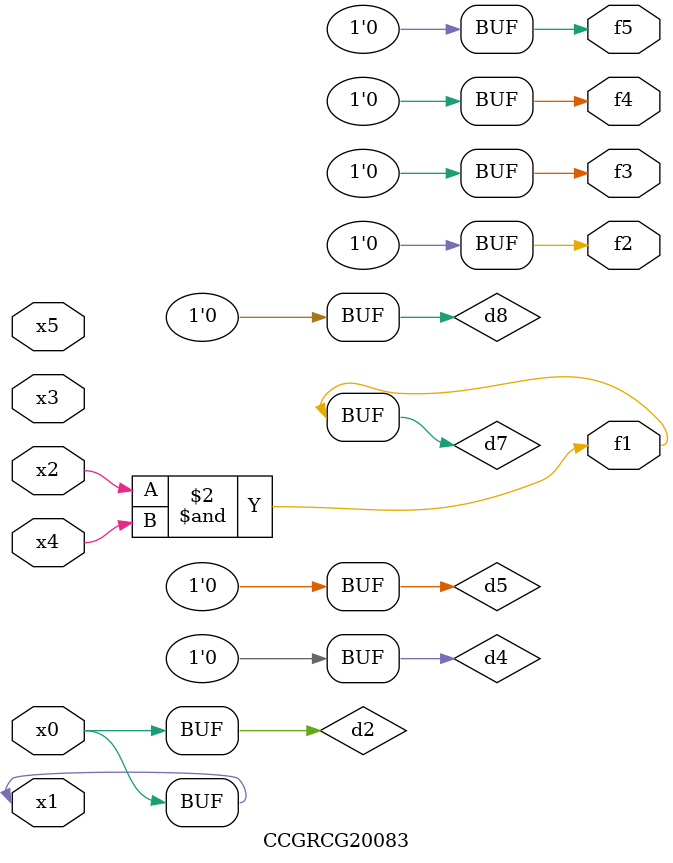
<source format=v>
module CCGRCG20083(
	input x0, x1, x2, x3, x4, x5,
	output f1, f2, f3, f4, f5
);

	wire d1, d2, d3, d4, d5, d6, d7, d8, d9;

	nand (d1, x1);
	buf (d2, x0, x1);
	nand (d3, x2, x4);
	and (d4, d1, d2);
	and (d5, d1, d2);
	nand (d6, d1, d3);
	not (d7, d3);
	xor (d8, d5);
	nor (d9, d5, d6);
	assign f1 = d7;
	assign f2 = d8;
	assign f3 = d8;
	assign f4 = d8;
	assign f5 = d8;
endmodule

</source>
